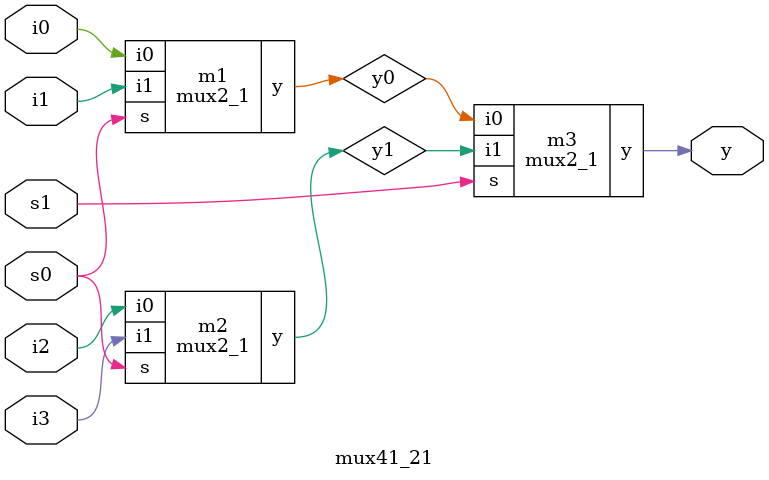
<source format=v>
module mux2_1(i0,i1,s,y);
input s,i0,i1;
output y;
assign y=s?i1:i0;
endmodule

module mux41_21(i0,i1,i2,i3,s1,s0,y);
input i0,i1,i2,i3,s1,s0;
output y;
wire y0,y1;
mux2_1 m1(.i0(i0),.i1(i1),.s(s0),.y(y0));
mux2_1 m2(.i0(i2),.i1(i3),.s(s0),.y(y1));
mux2_1 m3(.i0(y0),.i1(y1),.s(s1),.y(y));
endmodule

</source>
